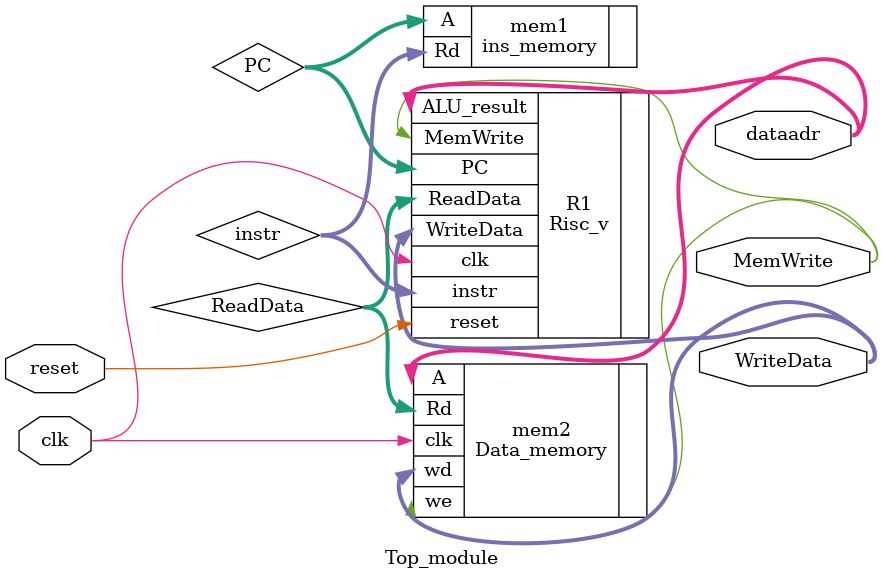
<source format=v>
module Top_module(
 input clk,reset, 
 output [31:0]dataadr, WriteData,
 output MemWrite
 );
  
 wire [31:0]instr, ReadData;
 wire [31:0]PC;

////////////////  < Risc-V > //////////////////

 Risc_v R1( .clk(clk), .reset(reset), .instr(instr), .ReadData(ReadData),
 .PC(PC), .ALU_result(dataadr), .WriteData(WriteData), .MemWrite(MemWrite));

////////////////  < instruction memory > //////////////////

 ins_memory mem1( .A(PC), .Rd(instr));

////////////////  < data memory > //////////////////

 Data_memory mem2(.clk(clk), .we(MemWrite), .wd(WriteData), .A(dataadr), .Rd(ReadData));

endmodule


 

</source>
